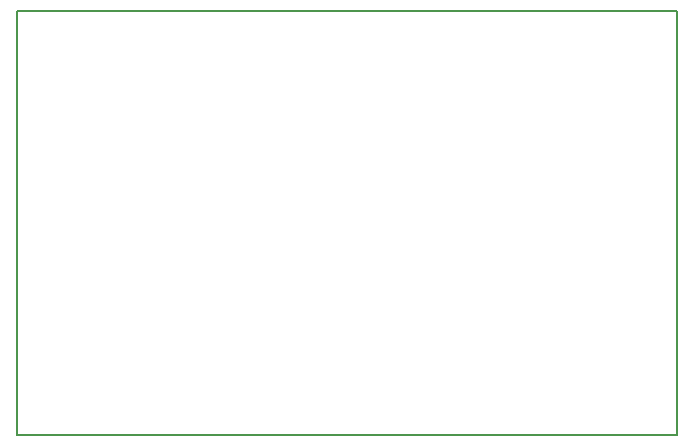
<source format=gbr>
G04 DipTrace 2.4.0.2*
%INBoardOutline.gbr*%
%MOIN*%
%ADD11C,0.0055*%
%FSLAX44Y44*%
G04*
G70*
G90*
G75*
G01*
%LNBoardOutline*%
%LPD*%
X3940Y18065D2*
D11*
X25940D1*
Y3940D1*
X3940D1*
Y18065D1*
M02*

</source>
